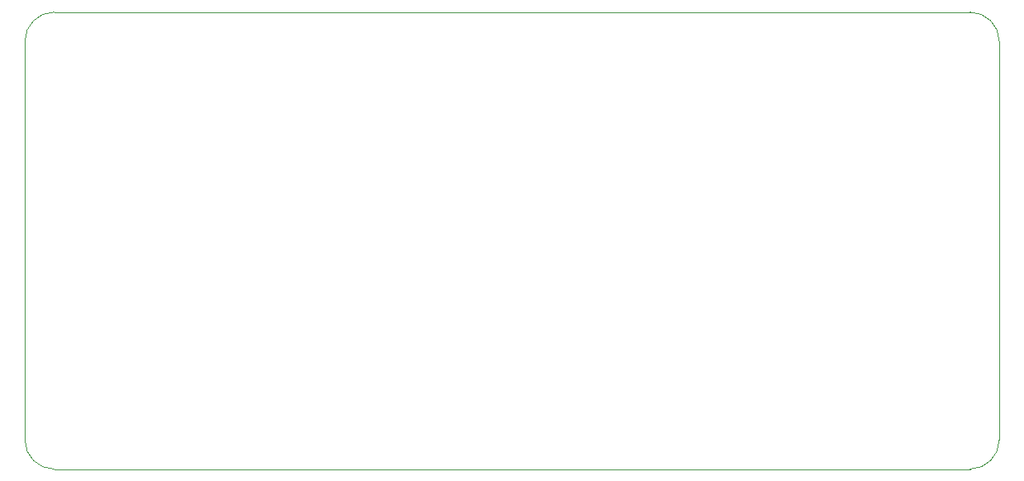
<source format=gbr>
%TF.GenerationSoftware,KiCad,Pcbnew,7.0.7*%
%TF.CreationDate,2023-10-10T20:27:37+07:00*%
%TF.ProjectId,Audio_Classifier_Bin,41756469-6f5f-4436-9c61-737369666965,rev?*%
%TF.SameCoordinates,Original*%
%TF.FileFunction,Profile,NP*%
%FSLAX46Y46*%
G04 Gerber Fmt 4.6, Leading zero omitted, Abs format (unit mm)*
G04 Created by KiCad (PCBNEW 7.0.7) date 2023-10-10 20:27:37*
%MOMM*%
%LPD*%
G01*
G04 APERTURE LIST*
%TA.AperFunction,Profile*%
%ADD10C,0.100000*%
%TD*%
G04 APERTURE END LIST*
D10*
X193458680Y-121528680D02*
G75*
G03*
X196458680Y-118528680I20J2999980D01*
G01*
X99478680Y-74558680D02*
X193458680Y-74558680D01*
X196458680Y-77558680D02*
X196458680Y-118528680D01*
X96478680Y-118528680D02*
X96478680Y-77558680D01*
X96478720Y-118528680D02*
G75*
G03*
X99478680Y-121528680I2999980J-20D01*
G01*
X196458720Y-77558680D02*
G75*
G03*
X193458680Y-74558680I-3000020J-20D01*
G01*
X193458680Y-121528680D02*
X99478680Y-121528680D01*
X99478680Y-74558680D02*
G75*
G03*
X96478680Y-77558680I20J-3000020D01*
G01*
M02*

</source>
